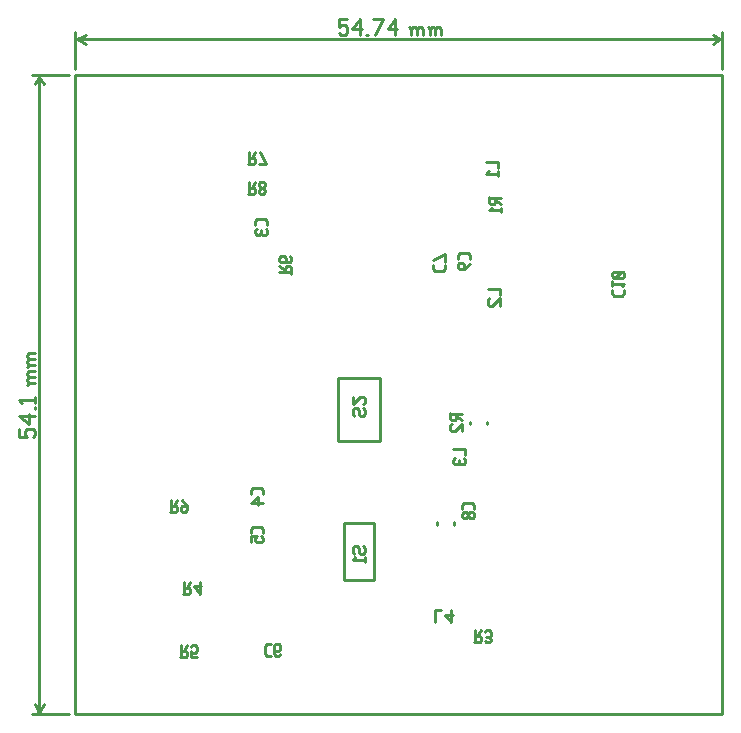
<source format=gbr>
G04 start of page 10 for group -4078 idx -4078 *
G04 Title: (unknown), bottomsilk *
G04 Creator: pcb 20140316 *
G04 CreationDate: Sun 10 Nov 2019 02:50:04 PM GMT UTC *
G04 For: sladekm *
G04 Format: Gerber/RS-274X *
G04 PCB-Dimensions (mm): 70.00 70.00 *
G04 PCB-Coordinate-Origin: lower left *
%MOMM*%
%FSLAX43Y43*%
%LNBOTTOMSILK*%
%ADD97C,0.254*%
G54D97*X8509Y61491D02*X63246D01*
X8636Y64539D02*X62992D01*
X8509Y65174D02*Y61999D01*
X8636Y64539D02*X9398Y64158D01*
X8001Y61491D02*X4826D01*
X5080Y60729D02*X5461Y61364D01*
X5842Y60729D01*
X63246Y61491D02*Y7389D01*
Y65174D02*Y61999D01*
X62484Y64920D02*X63119Y64539D01*
X62484Y64158D01*
X8509Y7389D02*Y61491D01*
Y7389D02*X63246D01*
X9398Y64920D02*X8636Y64539D01*
X4826Y7389D02*X8001D01*
X5080Y8278D02*X5461Y7516D01*
X5842Y8278D01*
X5461Y61237D02*Y7516D01*
X3762Y31549D02*Y30884D01*
X4427D01*
X4261Y31050D01*
Y31383D02*Y31050D01*
Y31383D02*X4427Y31549D01*
X4926D01*
X5093Y31383D02*X4926Y31549D01*
X5093Y31383D02*Y31050D01*
X4926Y30884D02*X5093Y31050D01*
X4594Y31949D02*X3762Y32614D01*
X4594Y32781D02*Y31949D01*
X3762Y32614D02*X5093D01*
Y33346D02*Y33180D01*
X4028Y33746D02*X3762Y34012D01*
X5093D01*
Y34245D02*Y33746D01*
X4594Y35409D02*X5093D01*
X4594D02*X4427Y35576D01*
Y35742D02*Y35576D01*
Y35742D02*X4594Y35908D01*
X5093D01*
X4594D02*X4427Y36075D01*
Y36241D02*Y36075D01*
Y36241D02*X4594Y36407D01*
X5093D01*
X4427Y35243D02*X4594Y35409D01*
Y36973D02*X5093D01*
X4594D02*X4427Y37140D01*
Y37306D02*Y37140D01*
Y37306D02*X4594Y37472D01*
X5093D01*
X4594D02*X4427Y37639D01*
Y37805D02*Y37639D01*
Y37805D02*X4594Y37971D01*
X5093D01*
X4427Y36807D02*X4594Y36973D01*
X30861Y66238D02*X31526D01*
X30861D02*Y65573D01*
X31027Y65739D01*
X31360D01*
X31526Y65573D01*
Y65074D01*
X31360Y64907D02*X31526Y65074D01*
X31027Y64907D02*X31360D01*
X30861Y65074D02*X31027Y64907D01*
X31926Y65406D02*X32591Y66238D01*
X31926Y65406D02*X32758D01*
X32591Y66238D02*Y64907D01*
X33157D02*X33323D01*
X33889D02*X34554Y66238D01*
X33723D02*X34554D01*
X34954Y65406D02*X35619Y66238D01*
X34954Y65406D02*X35786D01*
X35619Y66238D02*Y64907D01*
X36950Y65406D02*Y64907D01*
Y65406D02*X37117Y65573D01*
X37283D01*
X37449Y65406D01*
Y64907D01*
Y65406D02*X37616Y65573D01*
X37782D01*
X37948Y65406D01*
Y64907D01*
X36784Y65573D02*X36950Y65406D01*
X38514D02*Y64907D01*
Y65406D02*X38680Y65573D01*
X38847D01*
X39013Y65406D01*
Y64907D01*
Y65406D02*X39180Y65573D01*
X39346D01*
X39512Y65406D01*
Y64907D01*
X38348Y65573D02*X38514Y65406D01*
X40578Y23607D02*Y23407D01*
X39178Y23607D02*Y23407D01*
X31242Y23570D02*Y18744D01*
X33782D01*
Y23570D02*Y18744D01*
X31242Y23570D02*X33782D01*
X43372Y32127D02*Y31927D01*
X41972Y32127D02*Y31927D01*
X30722Y30544D02*X34278D01*
X30722Y35878D02*Y30544D01*
Y35878D02*X34278D01*
Y30544D01*
X17619Y17590D02*X18127D01*
X18254Y17717D01*
Y17971D01*
X18127Y18098D02*X18254Y17971D01*
X17746Y18098D02*X18127D01*
X17746Y17590D02*Y18606D01*
X17949Y18098D02*X18254Y18606D01*
X18559Y18225D02*X19067Y17590D01*
X18559Y18225D02*X19194D01*
X19067Y17590D02*Y18606D01*
X16510Y24534D02*X17018D01*
X17145Y24661D01*
Y24915D01*
X17018Y25042D02*X17145Y24915D01*
X16637Y25042D02*X17018D01*
X16637Y24534D02*Y25550D01*
X16840Y25042D02*X17145Y25550D01*
X17577D02*X17958Y25042D01*
Y24661D02*Y25042D01*
X17831Y24534D02*X17958Y24661D01*
X17577Y24534D02*X17831D01*
X17450Y24661D02*X17577Y24534D01*
X17450Y24661D02*Y24915D01*
X17577Y25042D01*
X17958D01*
X42238Y13447D02*X42746D01*
X42873Y13574D01*
Y13828D01*
X42746Y13955D02*X42873Y13828D01*
X42365Y13955D02*X42746D01*
X42365Y13447D02*Y14463D01*
X42568Y13955D02*X42873Y14463D01*
X43178Y13574D02*X43305Y13447D01*
X43559D01*
X43686Y13574D01*
X43559Y14463D02*X43686Y14336D01*
X43305Y14463D02*X43559D01*
X43178Y14336D02*X43305Y14463D01*
Y13904D02*X43559D01*
X43686Y13574D02*Y13777D01*
Y14031D02*Y14336D01*
Y14031D02*X43559Y13904D01*
X43686Y13777D02*X43559Y13904D01*
X39012Y15167D02*Y16183D01*
X39520D01*
X39825Y15802D02*X40333Y15167D01*
X39825Y15802D02*X40460D01*
X40333Y15167D02*Y16183D01*
X24741Y13324D02*X25071D01*
X24563Y13146D02*X24741Y13324D01*
X24563Y12485D02*Y13146D01*
Y12485D02*X24741Y12308D01*
X25071D01*
X25757D02*X25884Y12434D01*
X25503Y12308D02*X25757D01*
X25376Y12434D02*X25503Y12308D01*
X25376Y12434D02*Y13196D01*
X25503Y13324D01*
X25757Y12765D02*X25884Y12892D01*
X25376Y12765D02*X25757D01*
X25503Y13324D02*X25757D01*
X25884Y13196D01*
Y12892D02*Y13196D01*
X17361Y12177D02*X17869D01*
X17996Y12304D01*
Y12558D01*
X17869Y12685D02*X17996Y12558D01*
X17488Y12685D02*X17869D01*
X17488Y12177D02*Y13193D01*
X17691Y12685D02*X17996Y13193D01*
X18301Y12177D02*X18809D01*
X18301D02*Y12685D01*
X18428Y12558D01*
X18682D01*
X18809Y12685D01*
Y13066D01*
X18682Y13193D02*X18809Y13066D01*
X18428Y13193D02*X18682D01*
X18301Y13066D02*X18428Y13193D01*
X24384Y22756D02*Y23086D01*
X24206Y23264D02*X24384Y23086D01*
X23546Y23264D02*X24206D01*
X23546D02*X23368Y23086D01*
Y22756D02*Y23086D01*
Y21943D02*Y22451D01*
X23876D01*
X23749Y22324D01*
Y22070D02*Y22324D01*
Y22070D02*X23876Y21943D01*
X24257D01*
X24384Y22070D02*X24257Y21943D01*
X24384Y22070D02*Y22324D01*
X24257Y22451D02*X24384Y22324D01*
Y26058D02*Y26388D01*
X24206Y26566D02*X24384Y26388D01*
X23546Y26566D02*X24206D01*
X23546D02*X23368Y26388D01*
Y26058D02*Y26388D01*
X24003Y25753D02*X23368Y25245D01*
X24003Y25118D02*Y25753D01*
X23368Y25245D02*X24384D01*
X42291Y24788D02*Y25118D01*
X42113Y25296D02*X42291Y25118D01*
X41453Y25296D02*X42113D01*
X41453D02*X41275Y25118D01*
Y24788D02*Y25118D01*
X42164Y24483D02*X42291Y24356D01*
X41961Y24483D02*X42164D01*
X41961D02*X41783Y24305D01*
Y24153D02*Y24305D01*
Y24153D02*X41961Y23975D01*
X42164D01*
X42291Y24102D02*X42164Y23975D01*
X42291Y24102D02*Y24356D01*
X41605Y24483D02*X41783Y24305D01*
X41402Y24483D02*X41605D01*
X41402D02*X41275Y24356D01*
Y24102D02*Y24356D01*
Y24102D02*X41402Y23975D01*
X41605D01*
X41783Y24153D02*X41605Y23975D01*
X32004Y21105D02*X32131Y20978D01*
X32004Y21105D02*Y21486D01*
X32131Y21613D02*X32004Y21486D01*
X32131Y21613D02*X32385D01*
X32512Y21486D01*
Y21105D02*Y21486D01*
Y21105D02*X32639Y20978D01*
X32893D01*
X33020Y21105D02*X32893Y20978D01*
X33020Y21105D02*Y21486D01*
X32893Y21613D02*X33020Y21486D01*
X32207Y20673D02*X32004Y20470D01*
X33020D01*
Y20292D02*Y20673D01*
X38813Y45066D02*Y45396D01*
X38991Y44888D02*X38813Y45066D01*
X38991Y44888D02*X39651D01*
X39829Y45066D01*
Y45396D01*
X38813Y45828D02*X39829Y46336D01*
Y45701D02*Y46336D01*
X33020Y33170D02*X32893Y33297D01*
X33020Y32789D02*Y33170D01*
X32893Y32662D02*X33020Y32789D01*
X32639Y32662D02*X32893D01*
X32639D02*X32512Y32789D01*
Y33170D01*
X32385Y33297D01*
X32131D02*X32385D01*
X32004Y33170D02*X32131Y33297D01*
X32004Y32789D02*Y33170D01*
X32131Y32662D02*X32004Y32789D01*
X32893Y33602D02*X33020Y33729D01*
Y34110D01*
X32893Y34237D01*
X32639D02*X32893D01*
X32004Y33602D02*X32639Y34237D01*
X32004Y33602D02*Y34237D01*
X43298Y54151D02*X44314D01*
Y53643D02*Y54151D01*
X43502Y53338D02*X43298Y53135D01*
X44314D01*
Y52957D02*Y53338D01*
X43561Y50696D02*Y51204D01*
Y50696D02*X43688Y50569D01*
X43942D01*
X44069Y50696D02*X43942Y50569D01*
X44069Y50696D02*Y51077D01*
X43561D02*X44577D01*
X44069Y50874D02*X44577Y50569D01*
X43764Y50264D02*X43561Y50061D01*
X44577D01*
Y49883D02*Y50264D01*
X53975Y43000D02*Y43330D01*
X54153Y42822D02*X53975Y43000D01*
X54153Y42822D02*X54813D01*
X54991Y43000D01*
Y43330D01*
X54788Y43635D02*X54991Y43838D01*
X53975D02*X54991D01*
X53975Y43635D02*Y44016D01*
X54102Y44321D02*X53975Y44448D01*
X54102Y44321D02*X54864D01*
X54991Y44448D01*
Y44702D01*
X54864Y44829D01*
X54102D02*X54864D01*
X53975Y44702D02*X54102Y44829D01*
X53975Y44448D02*Y44702D01*
X54229Y44321D02*X54737Y44829D01*
X43446Y43417D02*X44462D01*
Y42909D02*Y43417D01*
X43573Y42604D02*X43446Y42477D01*
Y42096D02*Y42477D01*
Y42096D02*X43573Y41969D01*
X43827D01*
X44462Y42604D02*X43827Y41969D01*
X44462D02*Y42604D01*
X40513Y29868D02*X41529D01*
Y29360D02*Y29868D01*
X40640Y29055D02*X40513Y28928D01*
Y28674D02*Y28928D01*
Y28674D02*X40640Y28547D01*
X41529Y28674D02*X41402Y28547D01*
X41529Y28674D02*Y28928D01*
X41402Y29055D02*X41529Y28928D01*
X40970Y28674D02*Y28928D01*
X40640Y28547D02*X40843D01*
X41097D02*X41402D01*
X41097D02*X40970Y28674D01*
X40843Y28547D02*X40970Y28674D01*
X41919Y45908D02*Y46238D01*
X41741Y46416D02*X41919Y46238D01*
X41081Y46416D02*X41741D01*
X41081D02*X40903Y46238D01*
Y45908D02*Y46238D01*
X41919Y45476D02*X41411Y45095D01*
X41030D02*X41411D01*
X40903Y45222D02*X41030Y45095D01*
X40903Y45222D02*Y45476D01*
X41030Y45603D02*X40903Y45476D01*
X41030Y45603D02*X41284D01*
X41411Y45476D01*
Y45095D02*Y45476D01*
X40259Y32408D02*Y32916D01*
Y32408D02*X40386Y32281D01*
X40640D01*
X40767Y32408D02*X40640Y32281D01*
X40767Y32408D02*Y32789D01*
X40259D02*X41275D01*
X40767Y32586D02*X41275Y32281D01*
X40386Y31976D02*X40259Y31849D01*
Y31468D02*Y31849D01*
Y31468D02*X40386Y31341D01*
X40640D01*
X41275Y31976D02*X40640Y31341D01*
X41275D02*Y31976D01*
X24765Y48791D02*Y49121D01*
X24587Y49299D02*X24765Y49121D01*
X23927Y49299D02*X24587D01*
X23927D02*X23749Y49121D01*
Y48791D02*Y49121D01*
X23876Y48486D02*X23749Y48359D01*
Y48105D02*Y48359D01*
Y48105D02*X23876Y47978D01*
X24765Y48105D02*X24638Y47978D01*
X24765Y48105D02*Y48359D01*
X24638Y48486D02*X24765Y48359D01*
X24206Y48105D02*Y48359D01*
X23876Y47978D02*X24079D01*
X24333D02*X24638D01*
X24333D02*X24206Y48105D01*
X24079Y47978D02*X24206Y48105D01*
X26804Y44686D02*Y45194D01*
X26676Y45321D01*
X26422D02*X26676D01*
X26296Y45194D02*X26422Y45321D01*
X26296Y44813D02*Y45194D01*
X25788Y44813D02*X26804D01*
X26296Y45016D02*X25788Y45321D01*
X26804Y46007D02*X26676Y46134D01*
X26804Y45753D02*Y46007D01*
X26676Y45626D02*X26804Y45753D01*
X25914Y45626D02*X26676D01*
X25914D02*X25788Y45753D01*
X26346Y46007D02*X26219Y46134D01*
X26346Y45626D02*Y46007D01*
X25788Y45753D02*Y46007D01*
X25914Y46134D01*
X26219D01*
X23118Y53967D02*X23626D01*
X23753Y54094D01*
Y54348D01*
X23626Y54475D02*X23753Y54348D01*
X23245Y54475D02*X23626D01*
X23245Y53967D02*Y54983D01*
X23449Y54475D02*X23753Y54983D01*
X24185D02*X24693Y53967D01*
X24058D02*X24693D01*
X23114Y51458D02*X23622D01*
X23749Y51585D01*
Y51839D01*
X23622Y51966D02*X23749Y51839D01*
X23241Y51966D02*X23622D01*
X23241Y51458D02*Y52474D01*
X23444Y51966D02*X23749Y52474D01*
X24054Y52347D02*X24181Y52474D01*
X24054Y52144D02*Y52347D01*
Y52144D02*X24232Y51966D01*
X24384D01*
X24562Y52144D01*
Y52347D01*
X24435Y52474D02*X24562Y52347D01*
X24181Y52474D02*X24435D01*
X24054Y51788D02*X24232Y51966D01*
X24054Y51585D02*Y51788D01*
Y51585D02*X24181Y51458D01*
X24435D01*
X24562Y51585D01*
Y51788D01*
X24384Y51966D02*X24562Y51788D01*
M02*

</source>
